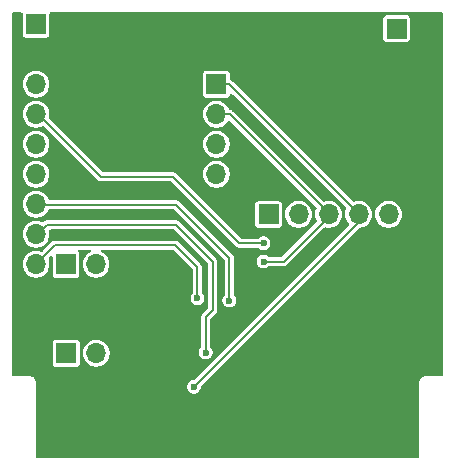
<source format=gbr>
%TF.GenerationSoftware,KiCad,Pcbnew,9.0.0*%
%TF.CreationDate,2025-05-12T14:44:42+01:00*%
%TF.ProjectId,KiCAD_uPicomac3_2,4b694341-445f-4755-9069-636f6d616333,rev?*%
%TF.SameCoordinates,Original*%
%TF.FileFunction,Copper,L2,Bot*%
%TF.FilePolarity,Positive*%
%FSLAX46Y46*%
G04 Gerber Fmt 4.6, Leading zero omitted, Abs format (unit mm)*
G04 Created by KiCad (PCBNEW 9.0.0) date 2025-05-12 14:44:42*
%MOMM*%
%LPD*%
G01*
G04 APERTURE LIST*
%TA.AperFunction,ComponentPad*%
%ADD10R,1.700000X1.700000*%
%TD*%
%TA.AperFunction,ComponentPad*%
%ADD11O,1.700000X1.700000*%
%TD*%
%TA.AperFunction,ViaPad*%
%ADD12C,0.600000*%
%TD*%
%TA.AperFunction,Conductor*%
%ADD13C,0.200000*%
%TD*%
G04 APERTURE END LIST*
D10*
%TO.P,J6,1,GP2*%
%TO.N,Net-(J1-SCl)*%
X118005000Y-55890000D03*
D11*
%TO.P,J6,2,GP3*%
%TO.N,Net-(J1-STX)*%
X118005000Y-58430000D03*
%TO.P,J6,3,GP4*%
%TO.N,Net-(J2-Pin_5)*%
X118005000Y-60970000D03*
%TO.P,J6,4,GP5*%
%TO.N,Net-(J2-Pin_2)*%
X118005000Y-63510000D03*
%TD*%
D10*
%TO.P,J2,1,Pin_1*%
%TO.N,Net-(J1-3.3v)*%
X122416803Y-66904054D03*
D11*
%TO.P,J2,2,Pin_2*%
%TO.N,Net-(J2-Pin_2)*%
X124956803Y-66904054D03*
%TO.P,J2,3,Pin_3*%
%TO.N,Net-(J1-STX)*%
X127496803Y-66904054D03*
%TO.P,J2,4,Pin_4*%
%TO.N,Net-(J1-SCl)*%
X130036803Y-66904054D03*
%TO.P,J2,5,Pin_5*%
%TO.N,Net-(J2-Pin_5)*%
X132576803Y-66904054D03*
%TO.P,J2,6,Pin_6*%
%TO.N,GND*%
X135116803Y-66904054D03*
%TD*%
D10*
%TO.P,J3,1,5v*%
%TO.N,Net-(D1-K)*%
X102740000Y-50800000D03*
D11*
%TO.P,J3,2,GND*%
%TO.N,GND*%
X102740000Y-53340000D03*
%TO.P,J3,3,3v3*%
%TO.N,Net-(J1-3.3v)*%
X102740000Y-55880000D03*
%TO.P,J3,4,GP29*%
%TO.N,Net-(J1-HS)*%
X102740000Y-58420000D03*
%TO.P,J3,5,GP28*%
%TO.N,Net-(J1-PCl)*%
X102740000Y-60960000D03*
%TO.P,J3,6,GP27*%
%TO.N,Net-(J1-VS)*%
X102740000Y-63500000D03*
%TO.P,J3,7,GP26*%
%TO.N,Net-(J1-B3)*%
X102740000Y-66040000D03*
%TO.P,J3,8,GP15*%
%TO.N,Net-(J1-Reset)*%
X102740000Y-68580000D03*
%TO.P,J3,9,GP14*%
%TO.N,Net-(J1-CS)*%
X102740000Y-71120000D03*
%TD*%
D10*
%TO.P,J4,1,GP10*%
%TO.N,Net-(J4-GP10)*%
X105280000Y-71130549D03*
D11*
%TO.P,J4,2,GP11*%
%TO.N,Net-(J4-GP11)*%
X107820000Y-71130549D03*
%TD*%
D10*
%TO.P,J9,1,Pin_1*%
%TO.N,Net-(D1-A)*%
X133266726Y-51179301D03*
D11*
%TO.P,J9,2,Pin_2*%
%TO.N,GND*%
X130726726Y-51179301D03*
%TD*%
D10*
%TO.P,J7,1,Spkr_+*%
%TO.N,Net-(J4-GP10)*%
X105290735Y-78664243D03*
D11*
%TO.P,J7,2,Spkr_-*%
%TO.N,Net-(J4-GP11)*%
X107830735Y-78664243D03*
%TD*%
D12*
%TO.N,GND*%
X135400000Y-78600000D03*
X119100000Y-75600000D03*
X119100000Y-81500000D03*
X133100000Y-78600000D03*
X127600000Y-78600000D03*
X112053611Y-78614687D03*
X121600000Y-78600000D03*
%TO.N,Net-(J1-SCl)*%
X116100000Y-81500000D03*
%TO.N,Net-(J1-CS)*%
X116400000Y-74000000D03*
%TO.N,Net-(J1-B3)*%
X119100000Y-74200000D03*
%TO.N,Net-(J1-Reset)*%
X117100000Y-78600000D03*
%TO.N,Net-(J1-HS)*%
X122000000Y-69350000D03*
%TO.N,Net-(J1-STX)*%
X122000000Y-70900000D03*
%TD*%
D13*
%TO.N,Net-(J2-Pin_2)*%
X124956803Y-66756803D02*
X124956803Y-66904054D01*
%TO.N,Net-(J1-SCl)*%
X119090000Y-55890000D02*
X130036803Y-66836803D01*
X130036803Y-66904054D02*
X130036803Y-67563197D01*
X130036803Y-67563197D02*
X116100000Y-81500000D01*
X118135000Y-55890000D02*
X119090000Y-55890000D01*
X130036803Y-66836803D02*
X130036803Y-66904054D01*
%TO.N,Net-(J1-CS)*%
X114500000Y-69500000D02*
X104360000Y-69500000D01*
X116400000Y-71400000D02*
X114500000Y-69500000D01*
X104360000Y-69500000D02*
X102740000Y-71120000D01*
X116400000Y-74000000D02*
X116400000Y-71400000D01*
%TO.N,Net-(J1-B3)*%
X102930000Y-66100000D02*
X102870000Y-66040000D01*
X114600000Y-66100000D02*
X102930000Y-66100000D01*
X119100000Y-74200000D02*
X119100000Y-70600000D01*
X119100000Y-70600000D02*
X114600000Y-66100000D01*
%TO.N,Net-(J1-Reset)*%
X103650000Y-67800000D02*
X114600000Y-67800000D01*
X117700000Y-70900000D02*
X117700000Y-75000000D01*
X117700000Y-75000000D02*
X117100000Y-75600000D01*
X114600000Y-67800000D02*
X117700000Y-70900000D01*
X117100000Y-75600000D02*
X117100000Y-78600000D01*
X102870000Y-68580000D02*
X103650000Y-67800000D01*
%TO.N,Net-(J1-HS)*%
X102920000Y-58420000D02*
X102870000Y-58420000D01*
X119950000Y-69350000D02*
X114300000Y-63700000D01*
X122000000Y-69350000D02*
X119950000Y-69350000D01*
X114300000Y-63700000D02*
X108200000Y-63700000D01*
X108200000Y-63700000D02*
X102920000Y-58420000D01*
%TO.N,Net-(J1-STX)*%
X118135000Y-58430000D02*
X119130000Y-58430000D01*
X127496803Y-66796803D02*
X127496803Y-66904054D01*
X119130000Y-58430000D02*
X127496803Y-66796803D01*
X122000000Y-70900000D02*
X123700000Y-70900000D01*
X127496803Y-67103197D02*
X127496803Y-66904054D01*
X123700000Y-70900000D02*
X127496803Y-67103197D01*
%TO.N,Net-(J4-GP11)*%
X107830735Y-71141284D02*
X107820000Y-71130549D01*
%TO.N,Net-(J4-GP10)*%
X105290735Y-71141284D02*
X105280000Y-71130549D01*
%TD*%
%TA.AperFunction,Conductor*%
%TO.N,GND*%
G36*
X101552539Y-49820185D02*
G01*
X101598294Y-49872989D01*
X101609500Y-49924500D01*
X101609500Y-51691881D01*
X101612221Y-51715333D01*
X101612221Y-51715335D01*
X101654580Y-51811267D01*
X101728733Y-51885420D01*
X101824667Y-51927779D01*
X101848120Y-51930500D01*
X101848121Y-51930500D01*
X103631879Y-51930500D01*
X103631880Y-51930500D01*
X103655333Y-51927779D01*
X103751267Y-51885420D01*
X103825420Y-51811267D01*
X103867779Y-51715333D01*
X103870500Y-51691880D01*
X103870500Y-50287419D01*
X132136226Y-50287419D01*
X132136226Y-52071182D01*
X132138947Y-52094634D01*
X132138947Y-52094636D01*
X132181306Y-52190568D01*
X132255459Y-52264721D01*
X132351393Y-52307080D01*
X132374846Y-52309801D01*
X132374847Y-52309801D01*
X134158605Y-52309801D01*
X134158606Y-52309801D01*
X134182059Y-52307080D01*
X134277993Y-52264721D01*
X134352146Y-52190568D01*
X134394505Y-52094634D01*
X134397226Y-52071181D01*
X134397226Y-50287421D01*
X134394505Y-50263968D01*
X134352146Y-50168034D01*
X134277993Y-50093881D01*
X134182060Y-50051522D01*
X134158607Y-50048801D01*
X134158606Y-50048801D01*
X132374846Y-50048801D01*
X132374844Y-50048801D01*
X132351392Y-50051522D01*
X132351390Y-50051522D01*
X132255458Y-50093881D01*
X132181306Y-50168033D01*
X132138947Y-50263965D01*
X132138947Y-50263967D01*
X132136226Y-50287419D01*
X103870500Y-50287419D01*
X103870500Y-49924500D01*
X103890185Y-49857461D01*
X103942989Y-49811706D01*
X103994500Y-49800500D01*
X137075500Y-49800500D01*
X137142539Y-49820185D01*
X137188294Y-49872989D01*
X137199500Y-49924500D01*
X137199500Y-80475500D01*
X137179815Y-80542539D01*
X137127011Y-80588294D01*
X137075500Y-80599500D01*
X135634108Y-80599500D01*
X135506812Y-80633608D01*
X135392686Y-80699500D01*
X135392683Y-80699502D01*
X135299502Y-80792683D01*
X135299500Y-80792686D01*
X135233608Y-80906812D01*
X135199500Y-81034108D01*
X135199500Y-87375500D01*
X135179815Y-87442539D01*
X135127011Y-87488294D01*
X135075500Y-87499500D01*
X102824500Y-87499500D01*
X102757461Y-87479815D01*
X102711706Y-87427011D01*
X102700500Y-87375500D01*
X102700500Y-81423576D01*
X115519500Y-81423576D01*
X115519500Y-81576424D01*
X115559060Y-81724065D01*
X115635484Y-81856435D01*
X115743565Y-81964516D01*
X115875935Y-82040940D01*
X116023576Y-82080500D01*
X116023578Y-82080500D01*
X116176422Y-82080500D01*
X116176424Y-82080500D01*
X116324065Y-82040940D01*
X116456435Y-81964516D01*
X116564516Y-81856435D01*
X116640940Y-81724065D01*
X116680500Y-81576424D01*
X116680500Y-81508970D01*
X116700185Y-81441931D01*
X116716819Y-81421289D01*
X123357609Y-74780499D01*
X130070883Y-68067224D01*
X130132204Y-68033741D01*
X130139164Y-68032434D01*
X130197183Y-68023244D01*
X130301529Y-68006718D01*
X130470764Y-67951730D01*
X130629314Y-67870945D01*
X130773274Y-67766351D01*
X130899100Y-67640525D01*
X131003694Y-67496565D01*
X131084479Y-67338015D01*
X131139467Y-67168780D01*
X131143603Y-67142664D01*
X131167303Y-66993031D01*
X131167303Y-66815076D01*
X131446303Y-66815076D01*
X131446303Y-66993031D01*
X131474138Y-67168780D01*
X131529128Y-67338019D01*
X131585931Y-67449500D01*
X131609912Y-67496565D01*
X131714506Y-67640525D01*
X131840332Y-67766351D01*
X131984292Y-67870945D01*
X132059200Y-67909112D01*
X132142837Y-67951728D01*
X132142839Y-67951728D01*
X132142842Y-67951730D01*
X132233555Y-67981204D01*
X132312076Y-68006718D01*
X132487826Y-68034554D01*
X132487831Y-68034554D01*
X132665780Y-68034554D01*
X132841529Y-68006718D01*
X132894603Y-67989473D01*
X133010764Y-67951730D01*
X133169314Y-67870945D01*
X133313274Y-67766351D01*
X133439100Y-67640525D01*
X133543694Y-67496565D01*
X133624479Y-67338015D01*
X133679467Y-67168780D01*
X133683603Y-67142664D01*
X133707303Y-66993031D01*
X133707303Y-66815076D01*
X133679467Y-66639327D01*
X133639661Y-66516819D01*
X133624479Y-66470093D01*
X133624477Y-66470090D01*
X133624477Y-66470088D01*
X133576259Y-66375455D01*
X133543694Y-66311543D01*
X133439100Y-66167583D01*
X133313274Y-66041757D01*
X133169314Y-65937163D01*
X133010768Y-65856379D01*
X132841529Y-65801389D01*
X132665780Y-65773554D01*
X132665775Y-65773554D01*
X132487831Y-65773554D01*
X132487826Y-65773554D01*
X132312076Y-65801389D01*
X132142837Y-65856379D01*
X131984291Y-65937163D01*
X131840330Y-66041758D01*
X131714507Y-66167581D01*
X131609912Y-66311542D01*
X131529128Y-66470088D01*
X131474138Y-66639327D01*
X131446303Y-66815076D01*
X131167303Y-66815076D01*
X131139467Y-66639327D01*
X131099661Y-66516819D01*
X131084479Y-66470093D01*
X131084477Y-66470090D01*
X131084477Y-66470088D01*
X131036259Y-66375455D01*
X131003694Y-66311543D01*
X130899100Y-66167583D01*
X130773274Y-66041757D01*
X130629314Y-65937163D01*
X130470768Y-65856379D01*
X130301529Y-65801389D01*
X130125780Y-65773554D01*
X130125775Y-65773554D01*
X129947831Y-65773554D01*
X129947826Y-65773554D01*
X129772075Y-65801390D01*
X129772072Y-65801390D01*
X129668803Y-65834945D01*
X129598962Y-65836940D01*
X129542804Y-65804695D01*
X119323633Y-55585525D01*
X119323631Y-55585523D01*
X119236867Y-55535431D01*
X119236865Y-55535430D01*
X119227403Y-55532895D01*
X119167744Y-55496528D01*
X119137216Y-55433680D01*
X119135500Y-55413121D01*
X119135500Y-54998121D01*
X119135500Y-54998120D01*
X119132779Y-54974667D01*
X119090420Y-54878733D01*
X119016267Y-54804580D01*
X118920334Y-54762221D01*
X118896881Y-54759500D01*
X118896880Y-54759500D01*
X117113120Y-54759500D01*
X117113118Y-54759500D01*
X117089666Y-54762221D01*
X117089664Y-54762221D01*
X116993732Y-54804580D01*
X116919580Y-54878732D01*
X116877221Y-54974664D01*
X116877221Y-54974666D01*
X116874500Y-54998118D01*
X116874500Y-56781881D01*
X116877221Y-56805333D01*
X116877221Y-56805335D01*
X116919580Y-56901267D01*
X116993733Y-56975420D01*
X117089667Y-57017779D01*
X117113120Y-57020500D01*
X117113121Y-57020500D01*
X118896879Y-57020500D01*
X118896880Y-57020500D01*
X118920333Y-57017779D01*
X119016267Y-56975420D01*
X119090420Y-56901267D01*
X119132779Y-56805333D01*
X119135500Y-56781880D01*
X119135500Y-56772970D01*
X119155185Y-56705931D01*
X119207989Y-56660176D01*
X119277147Y-56650232D01*
X119340703Y-56679257D01*
X119347181Y-56685289D01*
X128973642Y-66311751D01*
X129007127Y-66373074D01*
X129002143Y-66442766D01*
X128996449Y-66455721D01*
X128989125Y-66470095D01*
X128934139Y-66639323D01*
X128934139Y-66639326D01*
X128906303Y-66815076D01*
X128906303Y-66993031D01*
X128934138Y-67168780D01*
X128989128Y-67338019D01*
X129069912Y-67496565D01*
X129174507Y-67640526D01*
X129210255Y-67676274D01*
X129243740Y-67737597D01*
X129238756Y-67807289D01*
X129210255Y-67851636D01*
X116178711Y-80883181D01*
X116117388Y-80916666D01*
X116091030Y-80919500D01*
X116023576Y-80919500D01*
X115875935Y-80959060D01*
X115875932Y-80959061D01*
X115743568Y-81035482D01*
X115743562Y-81035486D01*
X115635486Y-81143562D01*
X115635482Y-81143568D01*
X115559061Y-81275932D01*
X115559060Y-81275935D01*
X115519500Y-81423576D01*
X102700500Y-81423576D01*
X102700500Y-81034110D01*
X102700500Y-81034108D01*
X102666392Y-80906814D01*
X102600500Y-80792686D01*
X102600495Y-80792681D01*
X102595553Y-80786240D01*
X102598194Y-80784212D01*
X102572129Y-80736477D01*
X102569308Y-80708344D01*
X102570000Y-80660000D01*
X102472124Y-80660000D01*
X102410122Y-80643386D01*
X102393188Y-80633608D01*
X102308323Y-80610869D01*
X102265892Y-80599500D01*
X102265891Y-80599500D01*
X100824500Y-80599500D01*
X100757461Y-80579815D01*
X100711706Y-80527011D01*
X100700500Y-80475500D01*
X100700500Y-77772361D01*
X104160235Y-77772361D01*
X104160235Y-79556124D01*
X104162956Y-79579576D01*
X104162956Y-79579578D01*
X104185721Y-79631134D01*
X104205315Y-79675510D01*
X104279468Y-79749663D01*
X104375402Y-79792022D01*
X104398855Y-79794743D01*
X104398856Y-79794743D01*
X106182614Y-79794743D01*
X106182615Y-79794743D01*
X106206068Y-79792022D01*
X106302002Y-79749663D01*
X106376155Y-79675510D01*
X106418514Y-79579576D01*
X106421235Y-79556123D01*
X106421235Y-78575265D01*
X106700235Y-78575265D01*
X106700235Y-78753220D01*
X106728070Y-78928969D01*
X106783060Y-79098208D01*
X106863844Y-79256754D01*
X106968438Y-79400714D01*
X107094264Y-79526540D01*
X107238224Y-79631134D01*
X107313132Y-79669301D01*
X107396769Y-79711917D01*
X107396771Y-79711917D01*
X107396774Y-79711919D01*
X107487487Y-79741393D01*
X107566008Y-79766907D01*
X107741758Y-79794743D01*
X107741763Y-79794743D01*
X107919712Y-79794743D01*
X108095461Y-79766907D01*
X108148535Y-79749662D01*
X108264696Y-79711919D01*
X108423246Y-79631134D01*
X108567206Y-79526540D01*
X108693032Y-79400714D01*
X108797626Y-79256754D01*
X108878411Y-79098204D01*
X108933399Y-78928969D01*
X108961235Y-78753220D01*
X108961235Y-78575265D01*
X108933399Y-78399516D01*
X108878409Y-78230277D01*
X108829631Y-78134545D01*
X108797626Y-78071732D01*
X108693032Y-77927772D01*
X108567206Y-77801946D01*
X108423246Y-77697352D01*
X108264700Y-77616568D01*
X108095461Y-77561578D01*
X107919712Y-77533743D01*
X107919707Y-77533743D01*
X107741763Y-77533743D01*
X107741758Y-77533743D01*
X107566008Y-77561578D01*
X107396769Y-77616568D01*
X107238223Y-77697352D01*
X107094262Y-77801947D01*
X106968439Y-77927770D01*
X106863844Y-78071731D01*
X106783060Y-78230277D01*
X106728070Y-78399516D01*
X106700235Y-78575265D01*
X106421235Y-78575265D01*
X106421235Y-77772363D01*
X106418514Y-77748910D01*
X106376155Y-77652976D01*
X106302002Y-77578823D01*
X106262946Y-77561578D01*
X106206069Y-77536464D01*
X106182616Y-77533743D01*
X106182615Y-77533743D01*
X104398855Y-77533743D01*
X104398853Y-77533743D01*
X104375401Y-77536464D01*
X104375399Y-77536464D01*
X104279467Y-77578823D01*
X104205315Y-77652975D01*
X104162956Y-77748907D01*
X104162956Y-77748909D01*
X104160235Y-77772361D01*
X100700500Y-77772361D01*
X100700500Y-71031022D01*
X101609500Y-71031022D01*
X101609500Y-71208977D01*
X101637335Y-71384726D01*
X101692325Y-71553965D01*
X101706922Y-71582612D01*
X101773109Y-71712511D01*
X101877703Y-71856471D01*
X102003529Y-71982297D01*
X102147489Y-72086891D01*
X102168191Y-72097439D01*
X102306034Y-72167674D01*
X102306036Y-72167674D01*
X102306039Y-72167676D01*
X102396752Y-72197150D01*
X102475273Y-72222664D01*
X102651023Y-72250500D01*
X102651028Y-72250500D01*
X102828977Y-72250500D01*
X103004726Y-72222664D01*
X103025334Y-72215968D01*
X103173961Y-72167676D01*
X103332511Y-72086891D01*
X103476471Y-71982297D01*
X103602297Y-71856471D01*
X103706891Y-71712511D01*
X103787676Y-71553961D01*
X103842664Y-71384726D01*
X103845865Y-71364513D01*
X103870500Y-71208977D01*
X103870500Y-71031022D01*
X103842664Y-70855273D01*
X103809476Y-70753132D01*
X103792614Y-70701239D01*
X103790620Y-70631400D01*
X103822862Y-70575245D01*
X103937822Y-70460285D01*
X103999142Y-70426803D01*
X104068834Y-70431787D01*
X104124767Y-70473659D01*
X104149184Y-70539123D01*
X104149500Y-70547969D01*
X104149500Y-72022430D01*
X104152221Y-72045882D01*
X104152221Y-72045884D01*
X104174986Y-72097440D01*
X104194580Y-72141816D01*
X104268733Y-72215969D01*
X104364667Y-72258328D01*
X104388120Y-72261049D01*
X104388121Y-72261049D01*
X106171879Y-72261049D01*
X106171880Y-72261049D01*
X106195333Y-72258328D01*
X106291267Y-72215969D01*
X106365420Y-72141816D01*
X106407779Y-72045882D01*
X106410500Y-72022429D01*
X106410500Y-70238669D01*
X106407779Y-70215216D01*
X106365420Y-70119282D01*
X106338319Y-70092181D01*
X106304834Y-70030858D01*
X106309818Y-69961166D01*
X106351690Y-69905233D01*
X106417154Y-69880816D01*
X106426000Y-69880500D01*
X107266720Y-69880500D01*
X107333759Y-69900185D01*
X107379514Y-69952989D01*
X107389458Y-70022147D01*
X107360433Y-70085703D01*
X107323015Y-70114985D01*
X107227488Y-70163658D01*
X107083527Y-70268253D01*
X106957704Y-70394076D01*
X106853109Y-70538037D01*
X106772325Y-70696583D01*
X106717335Y-70865822D01*
X106689500Y-71041571D01*
X106689500Y-71219526D01*
X106717335Y-71395275D01*
X106772325Y-71564514D01*
X106794977Y-71608970D01*
X106853109Y-71723060D01*
X106957703Y-71867020D01*
X107083529Y-71992846D01*
X107227489Y-72097440D01*
X107302397Y-72135607D01*
X107386034Y-72178223D01*
X107386036Y-72178223D01*
X107386039Y-72178225D01*
X107476752Y-72207699D01*
X107555273Y-72233213D01*
X107731023Y-72261049D01*
X107731028Y-72261049D01*
X107908977Y-72261049D01*
X108084726Y-72233213D01*
X108137800Y-72215968D01*
X108253961Y-72178225D01*
X108412511Y-72097440D01*
X108556471Y-71992846D01*
X108682297Y-71867020D01*
X108786891Y-71723060D01*
X108867676Y-71564510D01*
X108922664Y-71395275D01*
X108924335Y-71384726D01*
X108950500Y-71219526D01*
X108950500Y-71041571D01*
X108922664Y-70865822D01*
X108867674Y-70696583D01*
X108805846Y-70575240D01*
X108786891Y-70538038D01*
X108682297Y-70394078D01*
X108556471Y-70268252D01*
X108412511Y-70163658D01*
X108316985Y-70114985D01*
X108266189Y-70067010D01*
X108249394Y-69999189D01*
X108271931Y-69933054D01*
X108326647Y-69889603D01*
X108373280Y-69880500D01*
X114291030Y-69880500D01*
X114358069Y-69900185D01*
X114378711Y-69916819D01*
X115983181Y-71521289D01*
X116016666Y-71582612D01*
X116019500Y-71608970D01*
X116019500Y-73508187D01*
X115999815Y-73575226D01*
X115983181Y-73595868D01*
X115935486Y-73643562D01*
X115935482Y-73643568D01*
X115859061Y-73775932D01*
X115859060Y-73775935D01*
X115819500Y-73923576D01*
X115819500Y-74076424D01*
X115859060Y-74224065D01*
X115935484Y-74356435D01*
X116043565Y-74464516D01*
X116175935Y-74540940D01*
X116323576Y-74580500D01*
X116323578Y-74580500D01*
X116476422Y-74580500D01*
X116476424Y-74580500D01*
X116624065Y-74540940D01*
X116756435Y-74464516D01*
X116864516Y-74356435D01*
X116940940Y-74224065D01*
X116980500Y-74076424D01*
X116980500Y-73923576D01*
X116940940Y-73775935D01*
X116864516Y-73643565D01*
X116816819Y-73595868D01*
X116783334Y-73534545D01*
X116780500Y-73508187D01*
X116780500Y-71349908D01*
X116780500Y-71349906D01*
X116754569Y-71253133D01*
X116704476Y-71166368D01*
X116633632Y-71095524D01*
X114733632Y-69195524D01*
X114733631Y-69195523D01*
X114690249Y-69170477D01*
X114646867Y-69145431D01*
X114550094Y-69119500D01*
X104410094Y-69119500D01*
X104309906Y-69119500D01*
X104213133Y-69145431D01*
X104213131Y-69145431D01*
X104213131Y-69145432D01*
X104126368Y-69195523D01*
X104126366Y-69195525D01*
X103284756Y-70037134D01*
X103223433Y-70070619D01*
X103158757Y-70067384D01*
X103090264Y-70045129D01*
X103004726Y-70017335D01*
X102828977Y-69989500D01*
X102828972Y-69989500D01*
X102651028Y-69989500D01*
X102651023Y-69989500D01*
X102475273Y-70017335D01*
X102306034Y-70072325D01*
X102147488Y-70153109D01*
X102003527Y-70257704D01*
X101877704Y-70383527D01*
X101773109Y-70527488D01*
X101692325Y-70686034D01*
X101637335Y-70855273D01*
X101609500Y-71031022D01*
X100700500Y-71031022D01*
X100700500Y-68491022D01*
X101609500Y-68491022D01*
X101609500Y-68668977D01*
X101637335Y-68844726D01*
X101692325Y-69013965D01*
X101773109Y-69172511D01*
X101877703Y-69316471D01*
X102003529Y-69442297D01*
X102147489Y-69546891D01*
X102200819Y-69574064D01*
X102306034Y-69627674D01*
X102306036Y-69627674D01*
X102306039Y-69627676D01*
X102388521Y-69654476D01*
X102475273Y-69682664D01*
X102651023Y-69710500D01*
X102651028Y-69710500D01*
X102828977Y-69710500D01*
X103004726Y-69682664D01*
X103173961Y-69627676D01*
X103332511Y-69546891D01*
X103476471Y-69442297D01*
X103602297Y-69316471D01*
X103706891Y-69172511D01*
X103787676Y-69013961D01*
X103842664Y-68844726D01*
X103848313Y-68809060D01*
X103870500Y-68668977D01*
X103870500Y-68491022D01*
X103844030Y-68323898D01*
X103852985Y-68254604D01*
X103897981Y-68201153D01*
X103964732Y-68180513D01*
X103966503Y-68180500D01*
X114391030Y-68180500D01*
X114458069Y-68200185D01*
X114478711Y-68216819D01*
X117283181Y-71021289D01*
X117316666Y-71082612D01*
X117319500Y-71108970D01*
X117319500Y-74791030D01*
X117299815Y-74858069D01*
X117283181Y-74878711D01*
X116795525Y-75366366D01*
X116795523Y-75366368D01*
X116745432Y-75453131D01*
X116745431Y-75453133D01*
X116719500Y-75549906D01*
X116719500Y-75549908D01*
X116719500Y-78108187D01*
X116699815Y-78175226D01*
X116683181Y-78195868D01*
X116635486Y-78243562D01*
X116635482Y-78243568D01*
X116559061Y-78375932D01*
X116559060Y-78375935D01*
X116519500Y-78523576D01*
X116519500Y-78676424D01*
X116559060Y-78824065D01*
X116635484Y-78956435D01*
X116743565Y-79064516D01*
X116875935Y-79140940D01*
X117023576Y-79180500D01*
X117023578Y-79180500D01*
X117176422Y-79180500D01*
X117176424Y-79180500D01*
X117324065Y-79140940D01*
X117456435Y-79064516D01*
X117564516Y-78956435D01*
X117640940Y-78824065D01*
X117680500Y-78676424D01*
X117680500Y-78523576D01*
X117640940Y-78375935D01*
X117564516Y-78243565D01*
X117516819Y-78195868D01*
X117483334Y-78134545D01*
X117480500Y-78108187D01*
X117480500Y-75808970D01*
X117500185Y-75741931D01*
X117516819Y-75721289D01*
X117688202Y-75549906D01*
X118004476Y-75233632D01*
X118054569Y-75146868D01*
X118080500Y-75050094D01*
X118080500Y-74949906D01*
X118080500Y-70849906D01*
X118054569Y-70753133D01*
X118054569Y-70753132D01*
X118054569Y-70753131D01*
X118004478Y-70666371D01*
X118004474Y-70666366D01*
X114833631Y-67495523D01*
X114790249Y-67470477D01*
X114746867Y-67445431D01*
X114650094Y-67419500D01*
X103700095Y-67419500D01*
X103599906Y-67419500D01*
X103503133Y-67445431D01*
X103503131Y-67445431D01*
X103503131Y-67445432D01*
X103416365Y-67495525D01*
X103373870Y-67538020D01*
X103312547Y-67571504D01*
X103242855Y-67566519D01*
X103229896Y-67560823D01*
X103173968Y-67532326D01*
X103004726Y-67477335D01*
X102828977Y-67449500D01*
X102828972Y-67449500D01*
X102651028Y-67449500D01*
X102651023Y-67449500D01*
X102475273Y-67477335D01*
X102306034Y-67532325D01*
X102147488Y-67613109D01*
X102003527Y-67717704D01*
X101877704Y-67843527D01*
X101773109Y-67987488D01*
X101692325Y-68146034D01*
X101637335Y-68315273D01*
X101609500Y-68491022D01*
X100700500Y-68491022D01*
X100700500Y-65951022D01*
X101609500Y-65951022D01*
X101609500Y-66128977D01*
X101637335Y-66304726D01*
X101692325Y-66473965D01*
X101730153Y-66548205D01*
X101773109Y-66632511D01*
X101877703Y-66776471D01*
X102003529Y-66902297D01*
X102147489Y-67006891D01*
X102222397Y-67045058D01*
X102306034Y-67087674D01*
X102306036Y-67087674D01*
X102306039Y-67087676D01*
X102396752Y-67117150D01*
X102475273Y-67142664D01*
X102651023Y-67170500D01*
X102651028Y-67170500D01*
X102828977Y-67170500D01*
X103004726Y-67142664D01*
X103173961Y-67087676D01*
X103332511Y-67006891D01*
X103476471Y-66902297D01*
X103602297Y-66776471D01*
X103706891Y-66632511D01*
X103749847Y-66548205D01*
X103797822Y-66497409D01*
X103860332Y-66480500D01*
X114391030Y-66480500D01*
X114458069Y-66500185D01*
X114478711Y-66516819D01*
X118683181Y-70721289D01*
X118716666Y-70782612D01*
X118719500Y-70808970D01*
X118719500Y-73708187D01*
X118699815Y-73775226D01*
X118683181Y-73795868D01*
X118635486Y-73843562D01*
X118635482Y-73843568D01*
X118559061Y-73975932D01*
X118559060Y-73975935D01*
X118519500Y-74123576D01*
X118519500Y-74276424D01*
X118559060Y-74424065D01*
X118635484Y-74556435D01*
X118743565Y-74664516D01*
X118875935Y-74740940D01*
X119023576Y-74780500D01*
X119023578Y-74780500D01*
X119176422Y-74780500D01*
X119176424Y-74780500D01*
X119324065Y-74740940D01*
X119456435Y-74664516D01*
X119564516Y-74556435D01*
X119640940Y-74424065D01*
X119680500Y-74276424D01*
X119680500Y-74123576D01*
X119640940Y-73975935D01*
X119564516Y-73843565D01*
X119516819Y-73795868D01*
X119483334Y-73734545D01*
X119480500Y-73708187D01*
X119480500Y-70549907D01*
X119478801Y-70543568D01*
X119454569Y-70453133D01*
X119454569Y-70453132D01*
X119454569Y-70453131D01*
X119404478Y-70366371D01*
X119404474Y-70366366D01*
X114833631Y-65795523D01*
X114790249Y-65770477D01*
X114746867Y-65745431D01*
X114650094Y-65719500D01*
X114650091Y-65719500D01*
X103914633Y-65719500D01*
X103847594Y-65699815D01*
X103801839Y-65647011D01*
X103796702Y-65633819D01*
X103787674Y-65606034D01*
X103706890Y-65447488D01*
X103602297Y-65303529D01*
X103476471Y-65177703D01*
X103332511Y-65073109D01*
X103173965Y-64992325D01*
X103004726Y-64937335D01*
X102828977Y-64909500D01*
X102828972Y-64909500D01*
X102651028Y-64909500D01*
X102651023Y-64909500D01*
X102475273Y-64937335D01*
X102306034Y-64992325D01*
X102147488Y-65073109D01*
X102003527Y-65177704D01*
X101877704Y-65303527D01*
X101773109Y-65447488D01*
X101692325Y-65606034D01*
X101637335Y-65775273D01*
X101609500Y-65951022D01*
X100700500Y-65951022D01*
X100700500Y-63411022D01*
X101609500Y-63411022D01*
X101609500Y-63588977D01*
X101637335Y-63764726D01*
X101692325Y-63933965D01*
X101766989Y-64080500D01*
X101773109Y-64092511D01*
X101877703Y-64236471D01*
X102003529Y-64362297D01*
X102147489Y-64466891D01*
X102222397Y-64505058D01*
X102306034Y-64547674D01*
X102306036Y-64547674D01*
X102306039Y-64547676D01*
X102336810Y-64557674D01*
X102475273Y-64602664D01*
X102651023Y-64630500D01*
X102651028Y-64630500D01*
X102828977Y-64630500D01*
X103004726Y-64602664D01*
X103173961Y-64547676D01*
X103332511Y-64466891D01*
X103476471Y-64362297D01*
X103602297Y-64236471D01*
X103706891Y-64092511D01*
X103787676Y-63933961D01*
X103842664Y-63764726D01*
X103870500Y-63588977D01*
X103870500Y-63411022D01*
X103842664Y-63235273D01*
X103790925Y-63076039D01*
X103787676Y-63066039D01*
X103787674Y-63066036D01*
X103787674Y-63066034D01*
X103711986Y-62917489D01*
X103706891Y-62907489D01*
X103602297Y-62763529D01*
X103476471Y-62637703D01*
X103332511Y-62533109D01*
X103173965Y-62452325D01*
X103004726Y-62397335D01*
X102828977Y-62369500D01*
X102828972Y-62369500D01*
X102651028Y-62369500D01*
X102651023Y-62369500D01*
X102475273Y-62397335D01*
X102306034Y-62452325D01*
X102147488Y-62533109D01*
X102003527Y-62637704D01*
X101877704Y-62763527D01*
X101773109Y-62907488D01*
X101692325Y-63066034D01*
X101637335Y-63235273D01*
X101609500Y-63411022D01*
X100700500Y-63411022D01*
X100700500Y-60871022D01*
X101609500Y-60871022D01*
X101609500Y-61048977D01*
X101637335Y-61224726D01*
X101692325Y-61393965D01*
X101773109Y-61552511D01*
X101877703Y-61696471D01*
X102003529Y-61822297D01*
X102147489Y-61926891D01*
X102222397Y-61965058D01*
X102306034Y-62007674D01*
X102306036Y-62007674D01*
X102306039Y-62007676D01*
X102336810Y-62017674D01*
X102475273Y-62062664D01*
X102651023Y-62090500D01*
X102651028Y-62090500D01*
X102828977Y-62090500D01*
X103004726Y-62062664D01*
X103173961Y-62007676D01*
X103332511Y-61926891D01*
X103476471Y-61822297D01*
X103602297Y-61696471D01*
X103706891Y-61552511D01*
X103787676Y-61393961D01*
X103842664Y-61224726D01*
X103870500Y-61048977D01*
X103870500Y-60871022D01*
X103842664Y-60695273D01*
X103790925Y-60536039D01*
X103787676Y-60526039D01*
X103787674Y-60526036D01*
X103787674Y-60526034D01*
X103711986Y-60377489D01*
X103706891Y-60367489D01*
X103602297Y-60223529D01*
X103476471Y-60097703D01*
X103332511Y-59993109D01*
X103173965Y-59912325D01*
X103004726Y-59857335D01*
X102828977Y-59829500D01*
X102828972Y-59829500D01*
X102651028Y-59829500D01*
X102651023Y-59829500D01*
X102475273Y-59857335D01*
X102306034Y-59912325D01*
X102147488Y-59993109D01*
X102003527Y-60097704D01*
X101877704Y-60223527D01*
X101773109Y-60367488D01*
X101692325Y-60526034D01*
X101637335Y-60695273D01*
X101609500Y-60871022D01*
X100700500Y-60871022D01*
X100700500Y-58331022D01*
X101609500Y-58331022D01*
X101609500Y-58508977D01*
X101637335Y-58684726D01*
X101692325Y-58853965D01*
X101767737Y-59001968D01*
X101773109Y-59012511D01*
X101877703Y-59156471D01*
X102003529Y-59282297D01*
X102147489Y-59386891D01*
X102216981Y-59422299D01*
X102306034Y-59467674D01*
X102306036Y-59467674D01*
X102306039Y-59467676D01*
X102336810Y-59477674D01*
X102475273Y-59522664D01*
X102651023Y-59550500D01*
X102651028Y-59550500D01*
X102828977Y-59550500D01*
X103004726Y-59522664D01*
X103173961Y-59467676D01*
X103263019Y-59422298D01*
X103331686Y-59409402D01*
X103396427Y-59435678D01*
X103406994Y-59445102D01*
X107966368Y-64004476D01*
X108053133Y-64054569D01*
X108149906Y-64080500D01*
X108250095Y-64080500D01*
X114091030Y-64080500D01*
X114158069Y-64100185D01*
X114178711Y-64116819D01*
X119645524Y-69583632D01*
X119716368Y-69654476D01*
X119803133Y-69704569D01*
X119899906Y-69730500D01*
X121508187Y-69730500D01*
X121575226Y-69750185D01*
X121595868Y-69766819D01*
X121643565Y-69814516D01*
X121775935Y-69890940D01*
X121923576Y-69930500D01*
X121923578Y-69930500D01*
X122076422Y-69930500D01*
X122076424Y-69930500D01*
X122224065Y-69890940D01*
X122356435Y-69814516D01*
X122464516Y-69706435D01*
X122540940Y-69574065D01*
X122580500Y-69426424D01*
X122580500Y-69273576D01*
X122540940Y-69125935D01*
X122464516Y-68993565D01*
X122356435Y-68885484D01*
X122224065Y-68809060D01*
X122076424Y-68769500D01*
X121923576Y-68769500D01*
X121775935Y-68809060D01*
X121775932Y-68809061D01*
X121643568Y-68885482D01*
X121643562Y-68885486D01*
X121595868Y-68933181D01*
X121534545Y-68966666D01*
X121508187Y-68969500D01*
X120158970Y-68969500D01*
X120091931Y-68949815D01*
X120071289Y-68933181D01*
X117150280Y-66012172D01*
X121286303Y-66012172D01*
X121286303Y-67795935D01*
X121289024Y-67819387D01*
X121289024Y-67819389D01*
X121311789Y-67870945D01*
X121331383Y-67915321D01*
X121405536Y-67989474D01*
X121501470Y-68031833D01*
X121524923Y-68034554D01*
X121524924Y-68034554D01*
X123308682Y-68034554D01*
X123308683Y-68034554D01*
X123332136Y-68031833D01*
X123428070Y-67989474D01*
X123502223Y-67915321D01*
X123544582Y-67819387D01*
X123547303Y-67795934D01*
X123547303Y-66815076D01*
X123826303Y-66815076D01*
X123826303Y-66993031D01*
X123854138Y-67168780D01*
X123909128Y-67338019D01*
X123965931Y-67449500D01*
X123989912Y-67496565D01*
X124094506Y-67640525D01*
X124220332Y-67766351D01*
X124364292Y-67870945D01*
X124439200Y-67909112D01*
X124522837Y-67951728D01*
X124522839Y-67951728D01*
X124522842Y-67951730D01*
X124613555Y-67981204D01*
X124692076Y-68006718D01*
X124867826Y-68034554D01*
X124867831Y-68034554D01*
X125045780Y-68034554D01*
X125221529Y-68006718D01*
X125274603Y-67989473D01*
X125390764Y-67951730D01*
X125549314Y-67870945D01*
X125693274Y-67766351D01*
X125819100Y-67640525D01*
X125923694Y-67496565D01*
X126004479Y-67338015D01*
X126059467Y-67168780D01*
X126063603Y-67142664D01*
X126087303Y-66993031D01*
X126087303Y-66815076D01*
X126059467Y-66639327D01*
X126019661Y-66516819D01*
X126004479Y-66470093D01*
X126004477Y-66470090D01*
X126004477Y-66470088D01*
X125956259Y-66375455D01*
X125923694Y-66311543D01*
X125819100Y-66167583D01*
X125693274Y-66041757D01*
X125549314Y-65937163D01*
X125390768Y-65856379D01*
X125221529Y-65801389D01*
X125045780Y-65773554D01*
X125045775Y-65773554D01*
X124867831Y-65773554D01*
X124867826Y-65773554D01*
X124692076Y-65801389D01*
X124522837Y-65856379D01*
X124364291Y-65937163D01*
X124220330Y-66041758D01*
X124094507Y-66167581D01*
X123989912Y-66311542D01*
X123909128Y-66470088D01*
X123854138Y-66639327D01*
X123826303Y-66815076D01*
X123547303Y-66815076D01*
X123547303Y-66012174D01*
X123544582Y-65988721D01*
X123502223Y-65892787D01*
X123428070Y-65818634D01*
X123332137Y-65776275D01*
X123308684Y-65773554D01*
X123308683Y-65773554D01*
X121524923Y-65773554D01*
X121524921Y-65773554D01*
X121501469Y-65776275D01*
X121501467Y-65776275D01*
X121405535Y-65818634D01*
X121331383Y-65892786D01*
X121289024Y-65988718D01*
X121289024Y-65988720D01*
X121286303Y-66012172D01*
X117150280Y-66012172D01*
X114559130Y-63421022D01*
X116874500Y-63421022D01*
X116874500Y-63598977D01*
X116902335Y-63774726D01*
X116957325Y-63943965D01*
X117013680Y-64054567D01*
X117038109Y-64102511D01*
X117142703Y-64246471D01*
X117268529Y-64372297D01*
X117412489Y-64476891D01*
X117487397Y-64515058D01*
X117571034Y-64557674D01*
X117571036Y-64557674D01*
X117571039Y-64557676D01*
X117661752Y-64587150D01*
X117740273Y-64612664D01*
X117916023Y-64640500D01*
X117916028Y-64640500D01*
X118093977Y-64640500D01*
X118269726Y-64612664D01*
X118438961Y-64557676D01*
X118597511Y-64476891D01*
X118741471Y-64372297D01*
X118867297Y-64246471D01*
X118971891Y-64102511D01*
X119052676Y-63943961D01*
X119107664Y-63774726D01*
X119109248Y-63764726D01*
X119135500Y-63598977D01*
X119135500Y-63421022D01*
X119107664Y-63245273D01*
X119052674Y-63076034D01*
X118971890Y-62917488D01*
X118867297Y-62773529D01*
X118741471Y-62647703D01*
X118597511Y-62543109D01*
X118577885Y-62533109D01*
X118438965Y-62462325D01*
X118269726Y-62407335D01*
X118093977Y-62379500D01*
X118093972Y-62379500D01*
X117916028Y-62379500D01*
X117916023Y-62379500D01*
X117740273Y-62407335D01*
X117571034Y-62462325D01*
X117412488Y-62543109D01*
X117268527Y-62647704D01*
X117142704Y-62773527D01*
X117038109Y-62917488D01*
X116957325Y-63076034D01*
X116902335Y-63245273D01*
X116874500Y-63421022D01*
X114559130Y-63421022D01*
X114533631Y-63395523D01*
X114490249Y-63370477D01*
X114446867Y-63345431D01*
X114350094Y-63319500D01*
X114350091Y-63319500D01*
X108408970Y-63319500D01*
X108341931Y-63299815D01*
X108321289Y-63283181D01*
X105919130Y-60881022D01*
X116874500Y-60881022D01*
X116874500Y-61058977D01*
X116902335Y-61234726D01*
X116957325Y-61403965D01*
X117033014Y-61552511D01*
X117038109Y-61562511D01*
X117142703Y-61706471D01*
X117268529Y-61832297D01*
X117412489Y-61936891D01*
X117487397Y-61975058D01*
X117571034Y-62017674D01*
X117571036Y-62017674D01*
X117571039Y-62017676D01*
X117661752Y-62047150D01*
X117740273Y-62072664D01*
X117916023Y-62100500D01*
X117916028Y-62100500D01*
X118093977Y-62100500D01*
X118269726Y-62072664D01*
X118438961Y-62017676D01*
X118597511Y-61936891D01*
X118741471Y-61832297D01*
X118867297Y-61706471D01*
X118971891Y-61562511D01*
X119052676Y-61403961D01*
X119107664Y-61234726D01*
X119109248Y-61224726D01*
X119135500Y-61058977D01*
X119135500Y-60881022D01*
X119107664Y-60705273D01*
X119052674Y-60536034D01*
X118971890Y-60377488D01*
X118867297Y-60233529D01*
X118741471Y-60107703D01*
X118597511Y-60003109D01*
X118577885Y-59993109D01*
X118438965Y-59922325D01*
X118269726Y-59867335D01*
X118093977Y-59839500D01*
X118093972Y-59839500D01*
X117916028Y-59839500D01*
X117916023Y-59839500D01*
X117740273Y-59867335D01*
X117571034Y-59922325D01*
X117412488Y-60003109D01*
X117268527Y-60107704D01*
X117142704Y-60233527D01*
X117038109Y-60377488D01*
X116957325Y-60536034D01*
X116902335Y-60705273D01*
X116874500Y-60881022D01*
X105919130Y-60881022D01*
X103867008Y-58828900D01*
X103833523Y-58767577D01*
X103836757Y-58702903D01*
X103842664Y-58684726D01*
X103857847Y-58588860D01*
X103870500Y-58508977D01*
X103870500Y-58341022D01*
X116874500Y-58341022D01*
X116874500Y-58518977D01*
X116902335Y-58694726D01*
X116957325Y-58863965D01*
X117009599Y-58966557D01*
X117038109Y-59022511D01*
X117142703Y-59166471D01*
X117268529Y-59292297D01*
X117412489Y-59396891D01*
X117462355Y-59422299D01*
X117571034Y-59477674D01*
X117571036Y-59477674D01*
X117571039Y-59477676D01*
X117661752Y-59507150D01*
X117740273Y-59532664D01*
X117916023Y-59560500D01*
X117916028Y-59560500D01*
X118093977Y-59560500D01*
X118269726Y-59532664D01*
X118438961Y-59477676D01*
X118597511Y-59396891D01*
X118741471Y-59292297D01*
X118867297Y-59166471D01*
X118971891Y-59022511D01*
X118971891Y-59022510D01*
X118974755Y-59018569D01*
X118976230Y-59019641D01*
X119022231Y-58977999D01*
X119091158Y-58966557D01*
X119155328Y-58994195D01*
X119163859Y-59001967D01*
X122809594Y-62647703D01*
X126447144Y-66285253D01*
X126480629Y-66346576D01*
X126475645Y-66416268D01*
X126469948Y-66429228D01*
X126449125Y-66470094D01*
X126449125Y-66470096D01*
X126394139Y-66639323D01*
X126394139Y-66639326D01*
X126366303Y-66815076D01*
X126366303Y-66993031D01*
X126394138Y-67168780D01*
X126449129Y-67338022D01*
X126500964Y-67439754D01*
X126513860Y-67508423D01*
X126487583Y-67573163D01*
X126478160Y-67583729D01*
X123578711Y-70483181D01*
X123517388Y-70516666D01*
X123491030Y-70519500D01*
X122491813Y-70519500D01*
X122424774Y-70499815D01*
X122404132Y-70483181D01*
X122356437Y-70435486D01*
X122356435Y-70435484D01*
X122236723Y-70366368D01*
X122224067Y-70359061D01*
X122224066Y-70359060D01*
X122224065Y-70359060D01*
X122076424Y-70319500D01*
X121923576Y-70319500D01*
X121775935Y-70359060D01*
X121775932Y-70359061D01*
X121643568Y-70435482D01*
X121643562Y-70435486D01*
X121535486Y-70543562D01*
X121535482Y-70543568D01*
X121459061Y-70675932D01*
X121459060Y-70675935D01*
X121419500Y-70823576D01*
X121419500Y-70976424D01*
X121459060Y-71124065D01*
X121535484Y-71256435D01*
X121643565Y-71364516D01*
X121775935Y-71440940D01*
X121923576Y-71480500D01*
X121923578Y-71480500D01*
X122076422Y-71480500D01*
X122076424Y-71480500D01*
X122224065Y-71440940D01*
X122356435Y-71364516D01*
X122404132Y-71316819D01*
X122465455Y-71283334D01*
X122491813Y-71280500D01*
X123750091Y-71280500D01*
X123750094Y-71280500D01*
X123846867Y-71254569D01*
X123933632Y-71204476D01*
X127102352Y-68035754D01*
X127163673Y-68002271D01*
X127228349Y-68005506D01*
X127232077Y-68006718D01*
X127253289Y-68010077D01*
X127407826Y-68034554D01*
X127407831Y-68034554D01*
X127585780Y-68034554D01*
X127761529Y-68006718D01*
X127814603Y-67989473D01*
X127930764Y-67951730D01*
X128089314Y-67870945D01*
X128233274Y-67766351D01*
X128359100Y-67640525D01*
X128463694Y-67496565D01*
X128544479Y-67338015D01*
X128599467Y-67168780D01*
X128603603Y-67142664D01*
X128627303Y-66993031D01*
X128627303Y-66815076D01*
X128599467Y-66639327D01*
X128559661Y-66516819D01*
X128544479Y-66470093D01*
X128544477Y-66470090D01*
X128544477Y-66470088D01*
X128496259Y-66375455D01*
X128463694Y-66311543D01*
X128359100Y-66167583D01*
X128233274Y-66041757D01*
X128089314Y-65937163D01*
X127930768Y-65856379D01*
X127761529Y-65801389D01*
X127585780Y-65773554D01*
X127585775Y-65773554D01*
X127407831Y-65773554D01*
X127407826Y-65773554D01*
X127232078Y-65801389D01*
X127158992Y-65825136D01*
X127089150Y-65827130D01*
X127032994Y-65794885D01*
X119363633Y-58125525D01*
X119363631Y-58125523D01*
X119320249Y-58100477D01*
X119276867Y-58075431D01*
X119180094Y-58049500D01*
X119180091Y-58049500D01*
X119155903Y-58049500D01*
X119088864Y-58029815D01*
X119045418Y-57981795D01*
X118971890Y-57837488D01*
X118867297Y-57693529D01*
X118741471Y-57567703D01*
X118597511Y-57463109D01*
X118577885Y-57453109D01*
X118438965Y-57382325D01*
X118269726Y-57327335D01*
X118093977Y-57299500D01*
X118093972Y-57299500D01*
X117916028Y-57299500D01*
X117916023Y-57299500D01*
X117740273Y-57327335D01*
X117571034Y-57382325D01*
X117412488Y-57463109D01*
X117268527Y-57567704D01*
X117142704Y-57693527D01*
X117038109Y-57837488D01*
X116957325Y-57996034D01*
X116902335Y-58165273D01*
X116874500Y-58341022D01*
X103870500Y-58341022D01*
X103870500Y-58331022D01*
X103842664Y-58155273D01*
X103790925Y-57996039D01*
X103787676Y-57986039D01*
X103787674Y-57986036D01*
X103787674Y-57986034D01*
X103711986Y-57837489D01*
X103706891Y-57827489D01*
X103602297Y-57683529D01*
X103476471Y-57557703D01*
X103332511Y-57453109D01*
X103173965Y-57372325D01*
X103004726Y-57317335D01*
X102828977Y-57289500D01*
X102828972Y-57289500D01*
X102651028Y-57289500D01*
X102651023Y-57289500D01*
X102475273Y-57317335D01*
X102306034Y-57372325D01*
X102147488Y-57453109D01*
X102003527Y-57557704D01*
X101877704Y-57683527D01*
X101773109Y-57827488D01*
X101692325Y-57986034D01*
X101637335Y-58155273D01*
X101609500Y-58331022D01*
X100700500Y-58331022D01*
X100700500Y-55791022D01*
X101609500Y-55791022D01*
X101609500Y-55968977D01*
X101637335Y-56144726D01*
X101692325Y-56313965D01*
X101773109Y-56472511D01*
X101877703Y-56616471D01*
X102003529Y-56742297D01*
X102147489Y-56846891D01*
X102222397Y-56885058D01*
X102306034Y-56927674D01*
X102306036Y-56927674D01*
X102306039Y-56927676D01*
X102396752Y-56957150D01*
X102475273Y-56982664D01*
X102651023Y-57010500D01*
X102651028Y-57010500D01*
X102828977Y-57010500D01*
X103004726Y-56982664D01*
X103173961Y-56927676D01*
X103332511Y-56846891D01*
X103476471Y-56742297D01*
X103602297Y-56616471D01*
X103706891Y-56472511D01*
X103787676Y-56313961D01*
X103842664Y-56144726D01*
X103870500Y-55968977D01*
X103870500Y-55791022D01*
X103842664Y-55615273D01*
X103787674Y-55446034D01*
X103706890Y-55287488D01*
X103602297Y-55143529D01*
X103476471Y-55017703D01*
X103332511Y-54913109D01*
X103173965Y-54832325D01*
X103004726Y-54777335D01*
X102828977Y-54749500D01*
X102828972Y-54749500D01*
X102651028Y-54749500D01*
X102651023Y-54749500D01*
X102475273Y-54777335D01*
X102306034Y-54832325D01*
X102147488Y-54913109D01*
X102003527Y-55017704D01*
X101877704Y-55143527D01*
X101773109Y-55287488D01*
X101692325Y-55446034D01*
X101637335Y-55615273D01*
X101609500Y-55791022D01*
X100700500Y-55791022D01*
X100700500Y-49924500D01*
X100720185Y-49857461D01*
X100772989Y-49811706D01*
X100824500Y-49800500D01*
X101485500Y-49800500D01*
X101552539Y-49820185D01*
G37*
%TD.AperFunction*%
%TD*%
M02*

</source>
